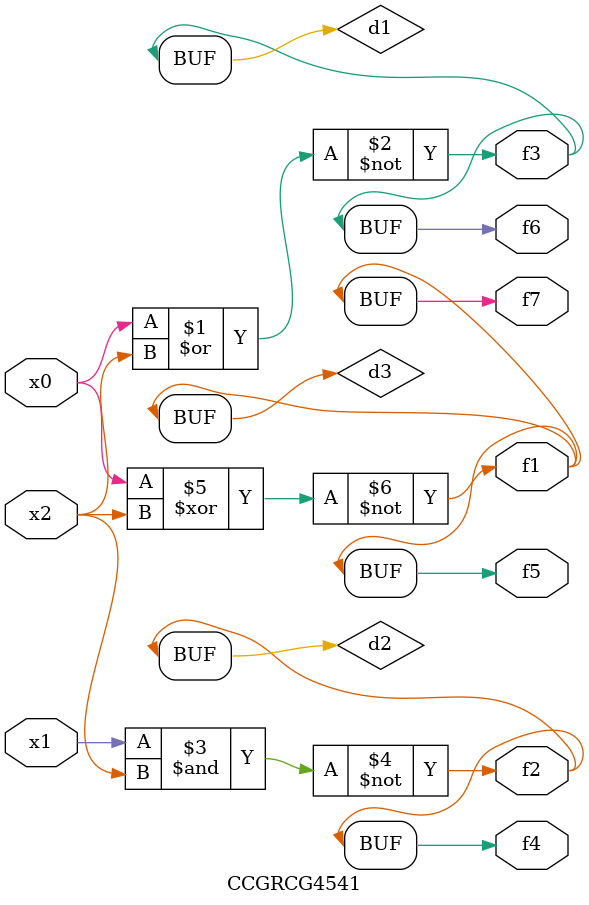
<source format=v>
module CCGRCG4541(
	input x0, x1, x2,
	output f1, f2, f3, f4, f5, f6, f7
);

	wire d1, d2, d3;

	nor (d1, x0, x2);
	nand (d2, x1, x2);
	xnor (d3, x0, x2);
	assign f1 = d3;
	assign f2 = d2;
	assign f3 = d1;
	assign f4 = d2;
	assign f5 = d3;
	assign f6 = d1;
	assign f7 = d3;
endmodule

</source>
